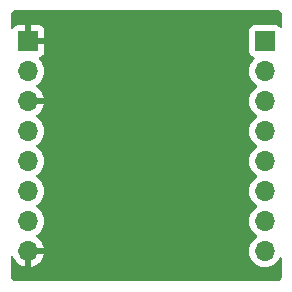
<source format=gbr>
%TF.GenerationSoftware,KiCad,Pcbnew,8.0.5*%
%TF.CreationDate,2024-11-10T02:12:05-07:00*%
%TF.ProjectId,2024_11_ADC_ADS8689,32303234-5f31-4315-9f41-44435f414453,rev?*%
%TF.SameCoordinates,Original*%
%TF.FileFunction,Copper,L2,Bot*%
%TF.FilePolarity,Positive*%
%FSLAX46Y46*%
G04 Gerber Fmt 4.6, Leading zero omitted, Abs format (unit mm)*
G04 Created by KiCad (PCBNEW 8.0.5) date 2024-11-10 02:12:05*
%MOMM*%
%LPD*%
G01*
G04 APERTURE LIST*
%TA.AperFunction,ComponentPad*%
%ADD10R,1.700000X1.700000*%
%TD*%
%TA.AperFunction,ComponentPad*%
%ADD11O,1.700000X1.700000*%
%TD*%
%TA.AperFunction,ViaPad*%
%ADD12C,0.600000*%
%TD*%
G04 APERTURE END LIST*
D10*
%TO.P,J5,1,Pin_1*%
%TO.N,+3.3V*%
X102092800Y-53670200D03*
D11*
%TO.P,J5,2,Pin_2*%
%TO.N,/ADC_RVS*%
X102092800Y-56210200D03*
%TO.P,J5,3,Pin_3*%
%TO.N,/ADC_ALARM*%
X102092800Y-58750200D03*
%TO.P,J5,4,Pin_4*%
%TO.N,/ADC_SDO*%
X102092800Y-61290200D03*
%TO.P,J5,5,Pin_5*%
%TO.N,/ADC_SCLK*%
X102092800Y-63830200D03*
%TO.P,J5,6,Pin_6*%
%TO.N,/ADC_CS*%
X102092800Y-66370200D03*
%TO.P,J5,7,Pin_7*%
%TO.N,/ADC_SDI*%
X102092800Y-68910200D03*
%TO.P,J5,8,Pin_8*%
%TO.N,/RST*%
X102092800Y-71450200D03*
%TD*%
D10*
%TO.P,J4,1,Pin_1*%
%TO.N,GND*%
X82067400Y-53670200D03*
D11*
%TO.P,J4,2,Pin_2*%
%TO.N,+5V*%
X82067400Y-56210200D03*
%TO.P,J4,3,Pin_3*%
%TO.N,GND*%
X82067400Y-58750200D03*
%TO.P,J4,4,Pin_4*%
%TO.N,unconnected-(J4-Pin_4-Pad4)*%
X82067400Y-61290200D03*
%TO.P,J4,5,Pin_5*%
%TO.N,unconnected-(J4-Pin_5-Pad5)*%
X82067400Y-63830200D03*
%TO.P,J4,6,Pin_6*%
%TO.N,unconnected-(J4-Pin_6-Pad6)*%
X82067400Y-66370200D03*
%TO.P,J4,7,Pin_7*%
%TO.N,/AIN_P*%
X82067400Y-68910200D03*
%TO.P,J4,8,Pin_8*%
%TO.N,GND*%
X82067400Y-71450200D03*
%TD*%
D12*
%TO.N,GND*%
X88825000Y-60300000D03*
X90050000Y-63550000D03*
X90050000Y-62250000D03*
X87450000Y-65800000D03*
X87475000Y-69300000D03*
X87475000Y-67150000D03*
X85450000Y-59725000D03*
X92750000Y-58025000D03*
X89800000Y-59025000D03*
X90675000Y-55750000D03*
%TD*%
%TA.AperFunction,Conductor*%
%TO.N,GND*%
G36*
X103056522Y-51021880D02*
G01*
X103146866Y-51032059D01*
X103173931Y-51038236D01*
X103253140Y-51065952D01*
X103278153Y-51077998D01*
X103349206Y-51122643D01*
X103370913Y-51139955D01*
X103430244Y-51199286D01*
X103447557Y-51220995D01*
X103492200Y-51292044D01*
X103504248Y-51317062D01*
X103531962Y-51396266D01*
X103538140Y-51423335D01*
X103548320Y-51513676D01*
X103549100Y-51527561D01*
X103549100Y-52422389D01*
X103529415Y-52489428D01*
X103476611Y-52535183D01*
X103407453Y-52545127D01*
X103343897Y-52516102D01*
X103325834Y-52496701D01*
X103300614Y-52463012D01*
X103300346Y-52462654D01*
X103300344Y-52462653D01*
X103300344Y-52462652D01*
X103185135Y-52376406D01*
X103185128Y-52376402D01*
X103050282Y-52326108D01*
X103050283Y-52326108D01*
X102990683Y-52319701D01*
X102990681Y-52319700D01*
X102990673Y-52319700D01*
X102990664Y-52319700D01*
X101194929Y-52319700D01*
X101194923Y-52319701D01*
X101135316Y-52326108D01*
X101000471Y-52376402D01*
X101000464Y-52376406D01*
X100885255Y-52462652D01*
X100885252Y-52462655D01*
X100799006Y-52577864D01*
X100799002Y-52577871D01*
X100748708Y-52712717D01*
X100742301Y-52772316D01*
X100742300Y-52772335D01*
X100742300Y-54568070D01*
X100742301Y-54568076D01*
X100748708Y-54627683D01*
X100799002Y-54762528D01*
X100799006Y-54762535D01*
X100885252Y-54877744D01*
X100885255Y-54877747D01*
X101000464Y-54963993D01*
X101000471Y-54963997D01*
X101131881Y-55013010D01*
X101187815Y-55054881D01*
X101212232Y-55120345D01*
X101197380Y-55188618D01*
X101176230Y-55216873D01*
X101054303Y-55338800D01*
X100918765Y-55532369D01*
X100918764Y-55532371D01*
X100818898Y-55746535D01*
X100818894Y-55746544D01*
X100757738Y-55974786D01*
X100757736Y-55974796D01*
X100737141Y-56210199D01*
X100737141Y-56210200D01*
X100757736Y-56445603D01*
X100757738Y-56445613D01*
X100818894Y-56673855D01*
X100818896Y-56673859D01*
X100818897Y-56673863D01*
X100897319Y-56842038D01*
X100918765Y-56888030D01*
X100918767Y-56888034D01*
X101054301Y-57081595D01*
X101054306Y-57081602D01*
X101221397Y-57248693D01*
X101221403Y-57248698D01*
X101406958Y-57378625D01*
X101450583Y-57433202D01*
X101457777Y-57502700D01*
X101426254Y-57565055D01*
X101406958Y-57581775D01*
X101221397Y-57711705D01*
X101054305Y-57878797D01*
X100918765Y-58072369D01*
X100918764Y-58072371D01*
X100818898Y-58286535D01*
X100818894Y-58286544D01*
X100757738Y-58514786D01*
X100757736Y-58514796D01*
X100737141Y-58750199D01*
X100737141Y-58750200D01*
X100757736Y-58985603D01*
X100757738Y-58985613D01*
X100818894Y-59213855D01*
X100818896Y-59213859D01*
X100818897Y-59213863D01*
X100897319Y-59382038D01*
X100918765Y-59428030D01*
X100918767Y-59428034D01*
X101054301Y-59621595D01*
X101054306Y-59621602D01*
X101221397Y-59788693D01*
X101221403Y-59788698D01*
X101406958Y-59918625D01*
X101450583Y-59973202D01*
X101457777Y-60042700D01*
X101426254Y-60105055D01*
X101406958Y-60121775D01*
X101221397Y-60251705D01*
X101054305Y-60418797D01*
X100918765Y-60612369D01*
X100918764Y-60612371D01*
X100818898Y-60826535D01*
X100818894Y-60826544D01*
X100757738Y-61054786D01*
X100757736Y-61054796D01*
X100737141Y-61290199D01*
X100737141Y-61290200D01*
X100757736Y-61525603D01*
X100757738Y-61525613D01*
X100818894Y-61753855D01*
X100818896Y-61753859D01*
X100818897Y-61753863D01*
X100897319Y-61922038D01*
X100918765Y-61968030D01*
X100918767Y-61968034D01*
X101054301Y-62161595D01*
X101054306Y-62161602D01*
X101221397Y-62328693D01*
X101221403Y-62328698D01*
X101406958Y-62458625D01*
X101450583Y-62513202D01*
X101457777Y-62582700D01*
X101426254Y-62645055D01*
X101406958Y-62661775D01*
X101221397Y-62791705D01*
X101054305Y-62958797D01*
X100918765Y-63152369D01*
X100918764Y-63152371D01*
X100818898Y-63366535D01*
X100818894Y-63366544D01*
X100757738Y-63594786D01*
X100757736Y-63594796D01*
X100737141Y-63830199D01*
X100737141Y-63830200D01*
X100757736Y-64065603D01*
X100757738Y-64065613D01*
X100818894Y-64293855D01*
X100818896Y-64293859D01*
X100818897Y-64293863D01*
X100897319Y-64462038D01*
X100918765Y-64508030D01*
X100918767Y-64508034D01*
X101054301Y-64701595D01*
X101054306Y-64701602D01*
X101221397Y-64868693D01*
X101221403Y-64868698D01*
X101406958Y-64998625D01*
X101450583Y-65053202D01*
X101457777Y-65122700D01*
X101426254Y-65185055D01*
X101406958Y-65201775D01*
X101221397Y-65331705D01*
X101054305Y-65498797D01*
X100918765Y-65692369D01*
X100918764Y-65692371D01*
X100818898Y-65906535D01*
X100818894Y-65906544D01*
X100757738Y-66134786D01*
X100757736Y-66134796D01*
X100737141Y-66370199D01*
X100737141Y-66370200D01*
X100757736Y-66605603D01*
X100757738Y-66605613D01*
X100818894Y-66833855D01*
X100818896Y-66833859D01*
X100818897Y-66833863D01*
X100897319Y-67002038D01*
X100918765Y-67048030D01*
X100918767Y-67048034D01*
X101054301Y-67241595D01*
X101054306Y-67241602D01*
X101221397Y-67408693D01*
X101221403Y-67408698D01*
X101406958Y-67538625D01*
X101450583Y-67593202D01*
X101457777Y-67662700D01*
X101426254Y-67725055D01*
X101406958Y-67741775D01*
X101221397Y-67871705D01*
X101054305Y-68038797D01*
X100918765Y-68232369D01*
X100918764Y-68232371D01*
X100818898Y-68446535D01*
X100818894Y-68446544D01*
X100757738Y-68674786D01*
X100757736Y-68674796D01*
X100737141Y-68910199D01*
X100737141Y-68910200D01*
X100757736Y-69145603D01*
X100757738Y-69145613D01*
X100818894Y-69373855D01*
X100818896Y-69373859D01*
X100818897Y-69373863D01*
X100897319Y-69542038D01*
X100918765Y-69588030D01*
X100918767Y-69588034D01*
X101054301Y-69781595D01*
X101054306Y-69781602D01*
X101221397Y-69948693D01*
X101221403Y-69948698D01*
X101406958Y-70078625D01*
X101450583Y-70133202D01*
X101457777Y-70202700D01*
X101426254Y-70265055D01*
X101406958Y-70281775D01*
X101221397Y-70411705D01*
X101054305Y-70578797D01*
X100918765Y-70772369D01*
X100918764Y-70772371D01*
X100818898Y-70986535D01*
X100818894Y-70986544D01*
X100757738Y-71214786D01*
X100757736Y-71214796D01*
X100737141Y-71450199D01*
X100737141Y-71450200D01*
X100757736Y-71685603D01*
X100757738Y-71685613D01*
X100818894Y-71913855D01*
X100818896Y-71913859D01*
X100818897Y-71913863D01*
X100897319Y-72082038D01*
X100918765Y-72128030D01*
X100918767Y-72128034D01*
X101027081Y-72282721D01*
X101054305Y-72321601D01*
X101221399Y-72488695D01*
X101318184Y-72556465D01*
X101414965Y-72624232D01*
X101414967Y-72624233D01*
X101414970Y-72624235D01*
X101629137Y-72724103D01*
X101857392Y-72785263D01*
X102045718Y-72801739D01*
X102092799Y-72805859D01*
X102092800Y-72805859D01*
X102092801Y-72805859D01*
X102132034Y-72802426D01*
X102328208Y-72785263D01*
X102556463Y-72724103D01*
X102770630Y-72624235D01*
X102964201Y-72488695D01*
X103131295Y-72321601D01*
X103266835Y-72128030D01*
X103312718Y-72029632D01*
X103358890Y-71977194D01*
X103426084Y-71958042D01*
X103492965Y-71978258D01*
X103538299Y-72031423D01*
X103549100Y-72082038D01*
X103549100Y-73513638D01*
X103548320Y-73527523D01*
X103538140Y-73617864D01*
X103531962Y-73644933D01*
X103504248Y-73724137D01*
X103492200Y-73749155D01*
X103447557Y-73820204D01*
X103430244Y-73841913D01*
X103370913Y-73901244D01*
X103349204Y-73918557D01*
X103278155Y-73963200D01*
X103253137Y-73975248D01*
X103173933Y-74002962D01*
X103146864Y-74009140D01*
X103066675Y-74018176D01*
X103056521Y-74019320D01*
X103042638Y-74020100D01*
X81056562Y-74020100D01*
X81042678Y-74019320D01*
X81030153Y-74017908D01*
X80952335Y-74009140D01*
X80925266Y-74002962D01*
X80846062Y-73975248D01*
X80821044Y-73963200D01*
X80749995Y-73918557D01*
X80728286Y-73901244D01*
X80668955Y-73841913D01*
X80651642Y-73820204D01*
X80606999Y-73749155D01*
X80594951Y-73724137D01*
X80567237Y-73644933D01*
X80561059Y-73617863D01*
X80550880Y-73527522D01*
X80550100Y-73513638D01*
X80550100Y-71945434D01*
X80569785Y-71878395D01*
X80622589Y-71832640D01*
X80691747Y-71822696D01*
X80755303Y-71851721D01*
X80791904Y-71908673D01*
X80792115Y-71908597D01*
X80792455Y-71909531D01*
X80793077Y-71910499D01*
X80793876Y-71913344D01*
X80793967Y-71913686D01*
X80793970Y-71913692D01*
X80893799Y-72127778D01*
X81029294Y-72321282D01*
X81196317Y-72488305D01*
X81389821Y-72623800D01*
X81603907Y-72723629D01*
X81603916Y-72723633D01*
X81817400Y-72780834D01*
X81817400Y-71883212D01*
X81874407Y-71916125D01*
X82001574Y-71950200D01*
X82133226Y-71950200D01*
X82260393Y-71916125D01*
X82317400Y-71883212D01*
X82317400Y-72780833D01*
X82530883Y-72723633D01*
X82530892Y-72723629D01*
X82744978Y-72623800D01*
X82938482Y-72488305D01*
X83105505Y-72321282D01*
X83241000Y-72127778D01*
X83340829Y-71913692D01*
X83340832Y-71913686D01*
X83398036Y-71700200D01*
X82500412Y-71700200D01*
X82533325Y-71643193D01*
X82567400Y-71516026D01*
X82567400Y-71384374D01*
X82533325Y-71257207D01*
X82500412Y-71200200D01*
X83398036Y-71200200D01*
X83398035Y-71200199D01*
X83340832Y-70986713D01*
X83340829Y-70986707D01*
X83241000Y-70772622D01*
X83240999Y-70772620D01*
X83105513Y-70579126D01*
X83105508Y-70579120D01*
X82938478Y-70412090D01*
X82752805Y-70282079D01*
X82709180Y-70227502D01*
X82701988Y-70158004D01*
X82733510Y-70095649D01*
X82752806Y-70078930D01*
X82753242Y-70078625D01*
X82938801Y-69948695D01*
X83105895Y-69781601D01*
X83241435Y-69588030D01*
X83341303Y-69373863D01*
X83402463Y-69145608D01*
X83423059Y-68910200D01*
X83402463Y-68674792D01*
X83341303Y-68446537D01*
X83241435Y-68232371D01*
X83105895Y-68038799D01*
X83105894Y-68038797D01*
X82938802Y-67871706D01*
X82938796Y-67871701D01*
X82753242Y-67741775D01*
X82709617Y-67687198D01*
X82702423Y-67617700D01*
X82733946Y-67555345D01*
X82753242Y-67538625D01*
X82775426Y-67523091D01*
X82938801Y-67408695D01*
X83105895Y-67241601D01*
X83241435Y-67048030D01*
X83341303Y-66833863D01*
X83402463Y-66605608D01*
X83423059Y-66370200D01*
X83402463Y-66134792D01*
X83341303Y-65906537D01*
X83241435Y-65692371D01*
X83105895Y-65498799D01*
X83105894Y-65498797D01*
X82938802Y-65331706D01*
X82938796Y-65331701D01*
X82753242Y-65201775D01*
X82709617Y-65147198D01*
X82702423Y-65077700D01*
X82733946Y-65015345D01*
X82753242Y-64998625D01*
X82775426Y-64983091D01*
X82938801Y-64868695D01*
X83105895Y-64701601D01*
X83241435Y-64508030D01*
X83341303Y-64293863D01*
X83402463Y-64065608D01*
X83423059Y-63830200D01*
X83402463Y-63594792D01*
X83341303Y-63366537D01*
X83241435Y-63152371D01*
X83105895Y-62958799D01*
X83105894Y-62958797D01*
X82938802Y-62791706D01*
X82938796Y-62791701D01*
X82753242Y-62661775D01*
X82709617Y-62607198D01*
X82702423Y-62537700D01*
X82733946Y-62475345D01*
X82753242Y-62458625D01*
X82775426Y-62443091D01*
X82938801Y-62328695D01*
X83105895Y-62161601D01*
X83241435Y-61968030D01*
X83341303Y-61753863D01*
X83402463Y-61525608D01*
X83423059Y-61290200D01*
X83402463Y-61054792D01*
X83341303Y-60826537D01*
X83241435Y-60612371D01*
X83105895Y-60418799D01*
X83105894Y-60418797D01*
X82938802Y-60251706D01*
X82938801Y-60251705D01*
X82752805Y-60121469D01*
X82709181Y-60066892D01*
X82701988Y-59997393D01*
X82733510Y-59935039D01*
X82752805Y-59918319D01*
X82938482Y-59788305D01*
X83105505Y-59621282D01*
X83241000Y-59427778D01*
X83340829Y-59213692D01*
X83340832Y-59213686D01*
X83398036Y-59000200D01*
X82500412Y-59000200D01*
X82533325Y-58943193D01*
X82567400Y-58816026D01*
X82567400Y-58684374D01*
X82533325Y-58557207D01*
X82500412Y-58500200D01*
X83398036Y-58500200D01*
X83398035Y-58500199D01*
X83340832Y-58286713D01*
X83340829Y-58286707D01*
X83241000Y-58072622D01*
X83240999Y-58072620D01*
X83105513Y-57879126D01*
X83105508Y-57879120D01*
X82938478Y-57712090D01*
X82752805Y-57582079D01*
X82709180Y-57527502D01*
X82701988Y-57458004D01*
X82733510Y-57395649D01*
X82752806Y-57378930D01*
X82753242Y-57378625D01*
X82938801Y-57248695D01*
X83105895Y-57081601D01*
X83241435Y-56888030D01*
X83341303Y-56673863D01*
X83402463Y-56445608D01*
X83423059Y-56210200D01*
X83402463Y-55974792D01*
X83341303Y-55746537D01*
X83241435Y-55532371D01*
X83105895Y-55338799D01*
X82983579Y-55216483D01*
X82950096Y-55155163D01*
X82955080Y-55085471D01*
X82996951Y-55029537D01*
X83027929Y-55012622D01*
X83159486Y-54963554D01*
X83159493Y-54963550D01*
X83274587Y-54877390D01*
X83274590Y-54877387D01*
X83360750Y-54762293D01*
X83360754Y-54762286D01*
X83410996Y-54627579D01*
X83410998Y-54627572D01*
X83417399Y-54568044D01*
X83417400Y-54568027D01*
X83417400Y-53920200D01*
X82500412Y-53920200D01*
X82533325Y-53863193D01*
X82567400Y-53736026D01*
X82567400Y-53604374D01*
X82533325Y-53477207D01*
X82500412Y-53420200D01*
X83417400Y-53420200D01*
X83417400Y-52772372D01*
X83417399Y-52772355D01*
X83410998Y-52712827D01*
X83410996Y-52712820D01*
X83360754Y-52578113D01*
X83360750Y-52578106D01*
X83274590Y-52463012D01*
X83274587Y-52463009D01*
X83159493Y-52376849D01*
X83159486Y-52376845D01*
X83024779Y-52326603D01*
X83024772Y-52326601D01*
X82965244Y-52320200D01*
X82317400Y-52320200D01*
X82317400Y-53237188D01*
X82260393Y-53204275D01*
X82133226Y-53170200D01*
X82001574Y-53170200D01*
X81874407Y-53204275D01*
X81817400Y-53237188D01*
X81817400Y-52320200D01*
X81169555Y-52320200D01*
X81110027Y-52326601D01*
X81110020Y-52326603D01*
X80975313Y-52376845D01*
X80975306Y-52376849D01*
X80860212Y-52463009D01*
X80773366Y-52579020D01*
X80717432Y-52620890D01*
X80647740Y-52625874D01*
X80586418Y-52592388D01*
X80552933Y-52531065D01*
X80550100Y-52504708D01*
X80550100Y-51527561D01*
X80550880Y-51513677D01*
X80550880Y-51513676D01*
X80561059Y-51423331D01*
X80567235Y-51396270D01*
X80594953Y-51317056D01*
X80606996Y-51292050D01*
X80651646Y-51220989D01*
X80668951Y-51199290D01*
X80728290Y-51139951D01*
X80749989Y-51122646D01*
X80821050Y-51077996D01*
X80846056Y-51065953D01*
X80925270Y-51038235D01*
X80952333Y-51032059D01*
X81015019Y-51024996D01*
X81042679Y-51021880D01*
X81056562Y-51021100D01*
X81115492Y-51021100D01*
X102983708Y-51021100D01*
X103042638Y-51021100D01*
X103056522Y-51021880D01*
G37*
%TD.AperFunction*%
%TD*%
M02*

</source>
